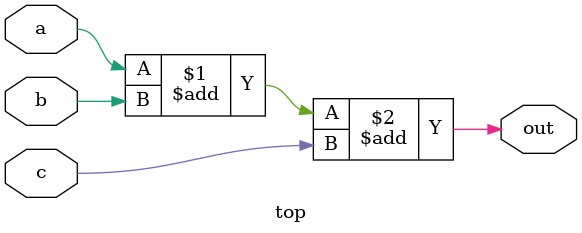
<source format=v>
`timescale 1ns / 1ps


module top(input a,b,c, output out);
assign out =a+b+c;
endmodule
</source>
